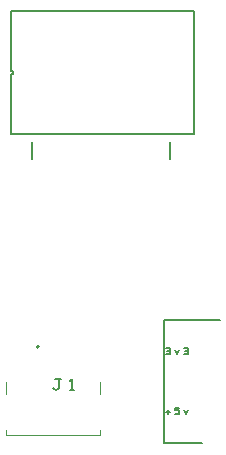
<source format=gbr>
G04 DesignSpark PCB Gerber Version 9.0 Build 5138 *
%FSLAX35Y35*%
%MOIN*%
%ADD24C,0.00394*%
%ADD23C,0.00500*%
%ADD10C,0.00787*%
X0Y0D02*
D02*
D10*
X24100Y103356D02*
Y97844D01*
X25982Y34742D02*
Y35529*
G75*
G03Y34742J-394D01*
G01*
Y35529D02*
G75*
G02Y34742J-394D01*
G01*
X70100Y97844D02*
Y103356D01*
X86604Y44092D02*
X68100D01*
Y3108*
X80600*
D02*
D23*
X17100Y147100D02*
X78100D01*
Y106100*
X17100*
Y125975*
X17725*
Y127225*
X17100*
Y147100*
X31100Y21269D02*
X31413Y20956D01*
X32037Y20644*
X32663Y20956*
X32975Y21269*
Y24394*
X33600*
X32975D02*
X31725D01*
X36725Y20644D02*
X37975D01*
X37350D02*
Y24394D01*
X36725Y23769*
X68600Y13413D02*
X70100D01*
X69350Y12663D02*
Y14163D01*
X71600Y12850D02*
X71975Y12663D01*
X72537*
X72913Y12850*
X73100Y13225*
Y13413*
X72913Y13787*
X72537Y13975*
X71600*
Y14913*
X73100*
X74600Y14163D02*
X75350Y12663D01*
X76100Y14163*
X68787Y32850D02*
X69163Y32663D01*
X69537*
X69913Y32850*
X70100Y33225*
X69913Y33600*
X69537Y33787*
X69163*
X69537D02*
X69913Y33975D01*
X70100Y34350*
X69913Y34725*
X69537Y34913*
X69163*
X68787Y34725*
X71600Y34163D02*
X72350Y32663D01*
X73100Y34163*
X74787Y32850D02*
X75163Y32663D01*
X75537*
X75913Y32850*
X76100Y33225*
X75913Y33600*
X75537Y33787*
X75163*
X75537D02*
X75913Y33975D01*
X76100Y34350*
X75913Y34725*
X75537Y34913*
X75163*
X74787Y34725*
D02*
D24*
X15352Y7576D02*
Y5608D01*
X46848*
Y7576*
X15352Y23324D02*
Y19387D01*
X46848Y23324D02*
Y19387D01*
X0Y0D02*
M02*

</source>
